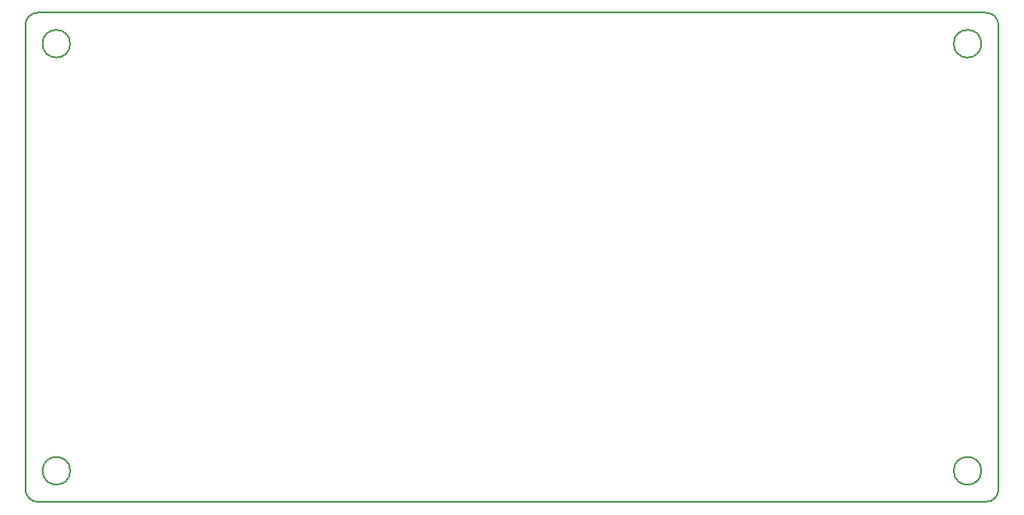
<source format=gm1>
G04 #@! TF.GenerationSoftware,KiCad,Pcbnew,(2017-10-17 revision 537804b)-master*
G04 #@! TF.CreationDate,2017-12-04T11:47:58+01:00*
G04 #@! TF.ProjectId,TrainAutomator,547261696E4175746F6D61746F722E6B,rev?*
G04 #@! TF.SameCoordinates,Original*
G04 #@! TF.FileFunction,Profile,NP*
%FSLAX46Y46*%
G04 Gerber Fmt 4.6, Leading zero omitted, Abs format (unit mm)*
G04 Created by KiCad (PCBNEW (2017-10-17 revision 537804b)-master) date 2017 December 04, Monday 11:47:58*
%MOMM*%
%LPD*%
G01*
G04 APERTURE LIST*
%ADD10C,0.200000*%
%ADD11C,0.100000*%
%ADD12C,0.150000*%
G04 APERTURE END LIST*
D10*
X110490000Y-12065000D02*
G75*
G02X111760000Y-13335000I0J-1270000D01*
G01*
X111760000Y-60960000D02*
G75*
G02X110490000Y-62230000I-1270000J0D01*
G01*
X13335000Y-62230000D02*
G75*
G02X12065000Y-60960000I0J1270000D01*
G01*
X12065000Y-13335000D02*
G75*
G02X13335000Y-12065000I1270000J0D01*
G01*
X12065000Y-60960000D02*
X12065000Y-13335000D01*
D11*
X12065000Y-13335000D02*
G75*
G02X13335000Y-12065000I1270000J0D01*
G01*
D10*
X110004903Y-15240000D02*
G75*
G03X110004903Y-15240000I-1419903J0D01*
G01*
D12*
X110004903Y-59055000D02*
G75*
G03X110004903Y-59055000I-1419903J0D01*
G01*
X16659903Y-59055000D02*
G75*
G03X16659903Y-59055000I-1419903J0D01*
G01*
X16659903Y-15240000D02*
G75*
G03X16659903Y-15240000I-1419903J0D01*
G01*
D10*
X110490000Y-12065000D02*
X13335000Y-12065000D01*
X111760000Y-60960000D02*
X111760000Y-13335000D01*
X13335000Y-62230000D02*
X110490000Y-62230000D01*
X12065000Y-13335000D02*
X12065000Y-60960000D01*
M02*

</source>
